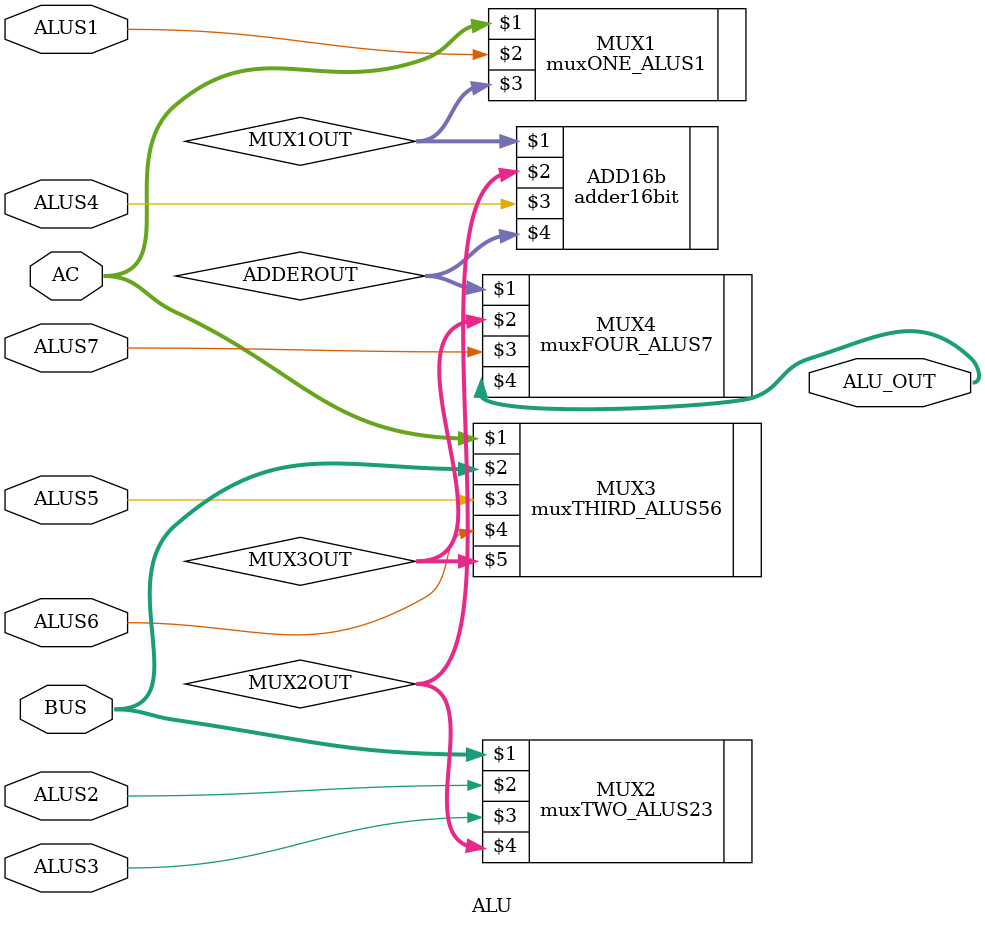
<source format=v>
module ALU(ALU_OUT, ALUS7, ALUS6, ALUS5, ALUS4, ALUS3, ALUS2, ALUS1, BUS, AC);

input [7:0] BUS, AC;
input ALUS7, ALUS6, ALUS5, ALUS4, ALUS3, ALUS2, ALUS1;

output [7:0] ALU_OUT;

wire [7:0] MUX1OUT, MUX2OUT, MUX3OUT, ADDEROUT;

muxONE_ALUS1 	 	MUX1(AC, ALUS1, MUX1OUT);

muxTWO_ALUS23   	MUX2(BUS, ALUS2, ALUS3, MUX2OUT);

adder16bit 		 	ADD16b(MUX1OUT, MUX2OUT, ALUS4, ADDEROUT);

muxTHIRD_ALUS56 	MUX3( AC, BUS, ALUS5, ALUS6, MUX3OUT);

muxFOUR_ALUS7 	 	MUX4(ADDEROUT, MUX3OUT, ALUS7, ALU_OUT);

endmodule 	

</source>
